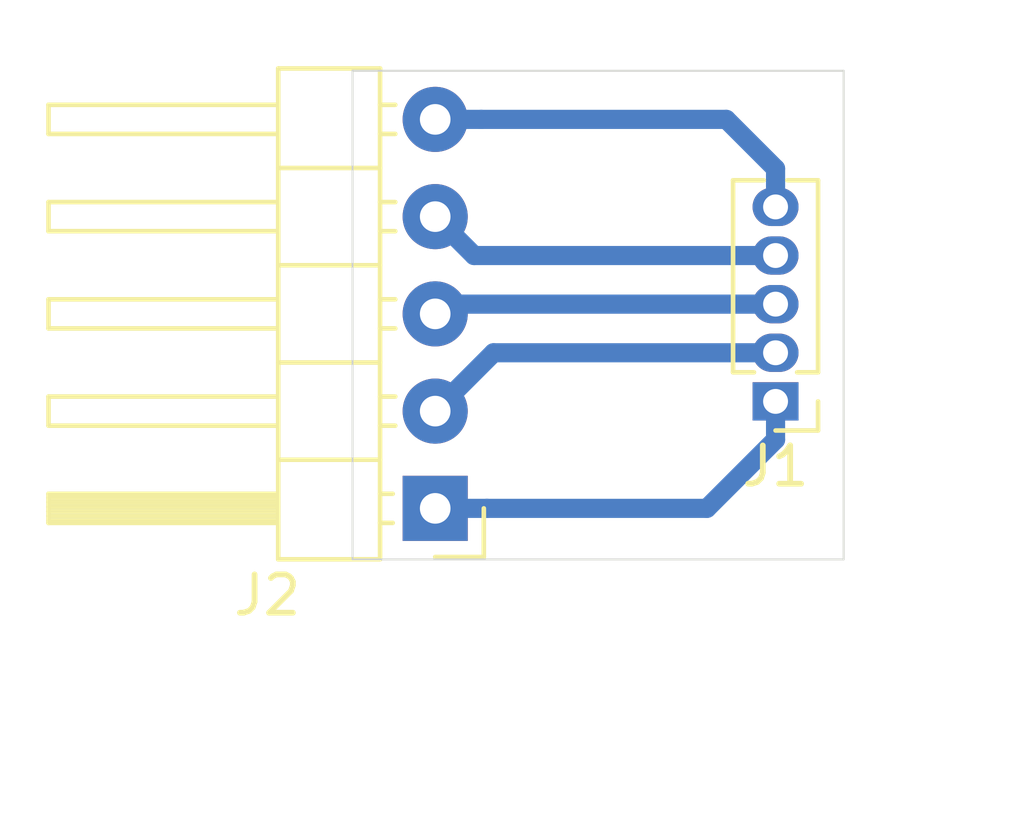
<source format=kicad_pcb>
(kicad_pcb (version 20171130) (host pcbnew 5.1.5+dfsg1-2build2)

  (general
    (thickness 1.6)
    (drawings 5)
    (tracks 15)
    (zones 0)
    (modules 2)
    (nets 6)
  )

  (page A4)
  (layers
    (0 F.Cu signal)
    (31 B.Cu signal)
    (32 B.Adhes user)
    (33 F.Adhes user)
    (34 B.Paste user)
    (35 F.Paste user)
    (36 B.SilkS user)
    (37 F.SilkS user)
    (38 B.Mask user)
    (39 F.Mask user)
    (40 Dwgs.User user)
    (41 Cmts.User user)
    (42 Eco1.User user)
    (43 Eco2.User user)
    (44 Edge.Cuts user)
    (45 Margin user)
    (46 B.CrtYd user)
    (47 F.CrtYd user)
    (48 B.Fab user)
    (49 F.Fab user)
  )

  (setup
    (last_trace_width 0.5)
    (user_trace_width 0.5)
    (trace_clearance 0.1)
    (zone_clearance 0.508)
    (zone_45_only no)
    (trace_min 0.2)
    (via_size 1.6)
    (via_drill 0.6)
    (via_min_size 0.4)
    (via_min_drill 0.3)
    (uvia_size 0.6)
    (uvia_drill 0.4)
    (uvias_allowed no)
    (uvia_min_size 0.2)
    (uvia_min_drill 0.1)
    (edge_width 0.05)
    (segment_width 0.2)
    (pcb_text_width 0.3)
    (pcb_text_size 1.5 1.5)
    (mod_edge_width 0.12)
    (mod_text_size 1 1)
    (mod_text_width 0.15)
    (pad_size 1.2 1)
    (pad_drill 0.65)
    (pad_to_mask_clearance 0.051)
    (solder_mask_min_width 0.25)
    (aux_axis_origin 116.0145 112.5855)
    (grid_origin 142.367 87.0585)
    (visible_elements 7FFFFFFF)
    (pcbplotparams
      (layerselection 0x010fc_ffffffff)
      (usegerberextensions false)
      (usegerberattributes false)
      (usegerberadvancedattributes false)
      (creategerberjobfile false)
      (excludeedgelayer true)
      (linewidth 0.100000)
      (plotframeref false)
      (viasonmask false)
      (mode 1)
      (useauxorigin false)
      (hpglpennumber 1)
      (hpglpenspeed 20)
      (hpglpendiameter 15.000000)
      (psnegative false)
      (psa4output false)
      (plotreference true)
      (plotvalue true)
      (plotinvisibletext false)
      (padsonsilk false)
      (subtractmaskfromsilk false)
      (outputformat 1)
      (mirror false)
      (drillshape 0)
      (scaleselection 1)
      (outputdirectory "Gerbers/"))
  )

  (net 0 "")
  (net 1 "Net-(J1-Pad1)")
  (net 2 "Net-(J1-Pad2)")
  (net 3 "Net-(J1-Pad3)")
  (net 4 "Net-(J1-Pad4)")
  (net 5 "Net-(J1-Pad5)")

  (net_class Default "This is the default net class."
    (clearance 0.1)
    (trace_width 0.5)
    (via_dia 1.6)
    (via_drill 0.6)
    (uvia_dia 0.6)
    (uvia_drill 0.4)
    (diff_pair_width 0.3)
    (diff_pair_gap 0.25)
    (add_net "Net-(J1-Pad1)")
    (add_net "Net-(J1-Pad2)")
    (add_net "Net-(J1-Pad3)")
    (add_net "Net-(J1-Pad4)")
    (add_net "Net-(J1-Pad5)")
  )

  (module Connector_PinHeader_2.54mm:PinHeader_1x05_P2.54mm_Horizontal (layer F.Cu) (tedit 5FAC4AE1) (tstamp 5FA3E098)
    (at 143.637 92.7735 180)
    (descr "Through hole angled pin header, 1x05, 2.54mm pitch, 6mm pin length, single row")
    (tags "Through hole angled pin header THT 1x05 2.54mm single row")
    (path /5F7F5998)
    (fp_text reference J2 (at 4.385 -2.27) (layer F.SilkS)
      (effects (font (size 1 1) (thickness 0.15)))
    )
    (fp_text value Conn_01x05_Horiz (at 4.385 12.43) (layer F.Fab)
      (effects (font (size 1 1) (thickness 0.15)))
    )
    (fp_line (start 10.55 -1.8) (end -1.8 -1.8) (layer F.CrtYd) (width 0.05))
    (fp_line (start 10.55 11.95) (end 10.55 -1.8) (layer F.CrtYd) (width 0.05))
    (fp_line (start -1.8 11.95) (end 10.55 11.95) (layer F.CrtYd) (width 0.05))
    (fp_line (start -1.8 -1.8) (end -1.8 11.95) (layer F.CrtYd) (width 0.05))
    (fp_line (start -1.27 -1.27) (end 0 -1.27) (layer F.SilkS) (width 0.12))
    (fp_line (start -1.27 0) (end -1.27 -1.27) (layer F.SilkS) (width 0.12))
    (fp_line (start 1.042929 10.54) (end 1.44 10.54) (layer F.SilkS) (width 0.12))
    (fp_line (start 1.042929 9.78) (end 1.44 9.78) (layer F.SilkS) (width 0.12))
    (fp_line (start 10.1 10.54) (end 4.1 10.54) (layer F.SilkS) (width 0.12))
    (fp_line (start 10.1 9.78) (end 10.1 10.54) (layer F.SilkS) (width 0.12))
    (fp_line (start 4.1 9.78) (end 10.1 9.78) (layer F.SilkS) (width 0.12))
    (fp_line (start 1.44 8.89) (end 4.1 8.89) (layer F.SilkS) (width 0.12))
    (fp_line (start 1.042929 8) (end 1.44 8) (layer F.SilkS) (width 0.12))
    (fp_line (start 1.042929 7.24) (end 1.44 7.24) (layer F.SilkS) (width 0.12))
    (fp_line (start 10.1 8) (end 4.1 8) (layer F.SilkS) (width 0.12))
    (fp_line (start 10.1 7.24) (end 10.1 8) (layer F.SilkS) (width 0.12))
    (fp_line (start 4.1 7.24) (end 10.1 7.24) (layer F.SilkS) (width 0.12))
    (fp_line (start 1.44 6.35) (end 4.1 6.35) (layer F.SilkS) (width 0.12))
    (fp_line (start 1.042929 5.46) (end 1.44 5.46) (layer F.SilkS) (width 0.12))
    (fp_line (start 1.042929 4.7) (end 1.44 4.7) (layer F.SilkS) (width 0.12))
    (fp_line (start 10.1 5.46) (end 4.1 5.46) (layer F.SilkS) (width 0.12))
    (fp_line (start 10.1 4.7) (end 10.1 5.46) (layer F.SilkS) (width 0.12))
    (fp_line (start 4.1 4.7) (end 10.1 4.7) (layer F.SilkS) (width 0.12))
    (fp_line (start 1.44 3.81) (end 4.1 3.81) (layer F.SilkS) (width 0.12))
    (fp_line (start 1.042929 2.92) (end 1.44 2.92) (layer F.SilkS) (width 0.12))
    (fp_line (start 1.042929 2.16) (end 1.44 2.16) (layer F.SilkS) (width 0.12))
    (fp_line (start 10.1 2.92) (end 4.1 2.92) (layer F.SilkS) (width 0.12))
    (fp_line (start 10.1 2.16) (end 10.1 2.92) (layer F.SilkS) (width 0.12))
    (fp_line (start 4.1 2.16) (end 10.1 2.16) (layer F.SilkS) (width 0.12))
    (fp_line (start 1.44 1.27) (end 4.1 1.27) (layer F.SilkS) (width 0.12))
    (fp_line (start 1.11 0.38) (end 1.44 0.38) (layer F.SilkS) (width 0.12))
    (fp_line (start 1.11 -0.38) (end 1.44 -0.38) (layer F.SilkS) (width 0.12))
    (fp_line (start 4.1 0.28) (end 10.1 0.28) (layer F.SilkS) (width 0.12))
    (fp_line (start 4.1 0.16) (end 10.1 0.16) (layer F.SilkS) (width 0.12))
    (fp_line (start 4.1 0.04) (end 10.1 0.04) (layer F.SilkS) (width 0.12))
    (fp_line (start 4.1 -0.08) (end 10.1 -0.08) (layer F.SilkS) (width 0.12))
    (fp_line (start 4.1 -0.2) (end 10.1 -0.2) (layer F.SilkS) (width 0.12))
    (fp_line (start 4.1 -0.32) (end 10.1 -0.32) (layer F.SilkS) (width 0.12))
    (fp_line (start 10.1 0.38) (end 4.1 0.38) (layer F.SilkS) (width 0.12))
    (fp_line (start 10.1 -0.38) (end 10.1 0.38) (layer F.SilkS) (width 0.12))
    (fp_line (start 4.1 -0.38) (end 10.1 -0.38) (layer F.SilkS) (width 0.12))
    (fp_line (start 4.1 -1.33) (end 1.44 -1.33) (layer F.SilkS) (width 0.12))
    (fp_line (start 4.1 11.49) (end 4.1 -1.33) (layer F.SilkS) (width 0.12))
    (fp_line (start 1.44 11.49) (end 4.1 11.49) (layer F.SilkS) (width 0.12))
    (fp_line (start 1.44 -1.33) (end 1.44 11.49) (layer F.SilkS) (width 0.12))
    (fp_line (start 4.04 10.48) (end 10.04 10.48) (layer F.Fab) (width 0.1))
    (fp_line (start 10.04 9.84) (end 10.04 10.48) (layer F.Fab) (width 0.1))
    (fp_line (start 4.04 9.84) (end 10.04 9.84) (layer F.Fab) (width 0.1))
    (fp_line (start -0.32 10.48) (end 1.5 10.48) (layer F.Fab) (width 0.1))
    (fp_line (start -0.32 9.84) (end -0.32 10.48) (layer F.Fab) (width 0.1))
    (fp_line (start -0.32 9.84) (end 1.5 9.84) (layer F.Fab) (width 0.1))
    (fp_line (start 4.04 7.94) (end 10.04 7.94) (layer F.Fab) (width 0.1))
    (fp_line (start 10.04 7.3) (end 10.04 7.94) (layer F.Fab) (width 0.1))
    (fp_line (start 4.04 7.3) (end 10.04 7.3) (layer F.Fab) (width 0.1))
    (fp_line (start -0.32 7.94) (end 1.5 7.94) (layer F.Fab) (width 0.1))
    (fp_line (start -0.32 7.3) (end -0.32 7.94) (layer F.Fab) (width 0.1))
    (fp_line (start -0.32 7.3) (end 1.5 7.3) (layer F.Fab) (width 0.1))
    (fp_line (start 4.04 5.4) (end 10.04 5.4) (layer F.Fab) (width 0.1))
    (fp_line (start 10.04 4.76) (end 10.04 5.4) (layer F.Fab) (width 0.1))
    (fp_line (start 4.04 4.76) (end 10.04 4.76) (layer F.Fab) (width 0.1))
    (fp_line (start -0.32 5.4) (end 1.5 5.4) (layer F.Fab) (width 0.1))
    (fp_line (start -0.32 4.76) (end -0.32 5.4) (layer F.Fab) (width 0.1))
    (fp_line (start -0.32 4.76) (end 1.5 4.76) (layer F.Fab) (width 0.1))
    (fp_line (start 4.04 2.86) (end 10.04 2.86) (layer F.Fab) (width 0.1))
    (fp_line (start 10.04 2.22) (end 10.04 2.86) (layer F.Fab) (width 0.1))
    (fp_line (start 4.04 2.22) (end 10.04 2.22) (layer F.Fab) (width 0.1))
    (fp_line (start -0.32 2.86) (end 1.5 2.86) (layer F.Fab) (width 0.1))
    (fp_line (start -0.32 2.22) (end -0.32 2.86) (layer F.Fab) (width 0.1))
    (fp_line (start -0.32 2.22) (end 1.5 2.22) (layer F.Fab) (width 0.1))
    (fp_line (start 4.04 0.32) (end 10.04 0.32) (layer F.Fab) (width 0.1))
    (fp_line (start 10.04 -0.32) (end 10.04 0.32) (layer F.Fab) (width 0.1))
    (fp_line (start 4.04 -0.32) (end 10.04 -0.32) (layer F.Fab) (width 0.1))
    (fp_line (start -0.32 0.32) (end 1.5 0.32) (layer F.Fab) (width 0.1))
    (fp_line (start -0.32 -0.32) (end -0.32 0.32) (layer F.Fab) (width 0.1))
    (fp_line (start -0.32 -0.32) (end 1.5 -0.32) (layer F.Fab) (width 0.1))
    (fp_line (start 1.5 -0.635) (end 2.135 -1.27) (layer F.Fab) (width 0.1))
    (fp_line (start 1.5 11.43) (end 1.5 -0.635) (layer F.Fab) (width 0.1))
    (fp_line (start 4.04 11.43) (end 1.5 11.43) (layer F.Fab) (width 0.1))
    (fp_line (start 4.04 -1.27) (end 4.04 11.43) (layer F.Fab) (width 0.1))
    (fp_line (start 2.135 -1.27) (end 4.04 -1.27) (layer F.Fab) (width 0.1))
    (fp_text user %R (at 2.77 5.08 90) (layer F.Fab)
      (effects (font (size 1 1) (thickness 0.15)))
    )
    (pad 1 thru_hole rect (at 0 0 180) (size 1.7 1.7) (drill 0.8) (layers *.Cu *.Mask)
      (net 1 "Net-(J1-Pad1)"))
    (pad 2 thru_hole oval (at 0 2.54 180) (size 1.7 1.7) (drill 0.8) (layers *.Cu *.Mask)
      (net 2 "Net-(J1-Pad2)"))
    (pad 3 thru_hole oval (at 0 5.08 180) (size 1.7 1.7) (drill 0.8) (layers *.Cu *.Mask)
      (net 3 "Net-(J1-Pad3)"))
    (pad 4 thru_hole oval (at 0 7.62 180) (size 1.7 1.7) (drill 0.8) (layers *.Cu *.Mask)
      (net 4 "Net-(J1-Pad4)"))
    (pad 5 thru_hole oval (at 0 10.16 180) (size 1.7 1.7) (drill 0.8) (layers *.Cu *.Mask)
      (net 5 "Net-(J1-Pad5)"))
    (model ${KISYS3DMOD}/Connector_PinHeader_2.54mm.3dshapes/PinHeader_1x05_P2.54mm_Horizontal.wrl
      (at (xyz 0 0 0))
      (scale (xyz 1 1 1))
      (rotate (xyz 0 0 0))
    )
  )

  (module Connector_PinHeader_1.27mm:PinHeader_1x05_P1.27mm_Vertical (layer F.Cu) (tedit 5FAC59D3) (tstamp 5FA3E03E)
    (at 152.527 89.9795 180)
    (descr "Through hole straight pin header, 1x05, 1.27mm pitch, single row")
    (tags "Through hole pin header THT 1x05 1.27mm single row")
    (path /5F7DC628)
    (fp_text reference J1 (at 0 -1.695) (layer F.SilkS)
      (effects (font (size 1 1) (thickness 0.15)))
    )
    (fp_text value Conn_01x05_Vert (at 0 6.775) (layer F.Fab)
      (effects (font (size 1 1) (thickness 0.15)))
    )
    (fp_line (start 1.55 -1.15) (end -1.55 -1.15) (layer F.CrtYd) (width 0.05))
    (fp_line (start 1.55 6.25) (end 1.55 -1.15) (layer F.CrtYd) (width 0.05))
    (fp_line (start -1.55 6.25) (end 1.55 6.25) (layer F.CrtYd) (width 0.05))
    (fp_line (start -1.55 -1.15) (end -1.55 6.25) (layer F.CrtYd) (width 0.05))
    (fp_line (start -1.11 -0.76) (end 0 -0.76) (layer F.SilkS) (width 0.12))
    (fp_line (start -1.11 0) (end -1.11 -0.76) (layer F.SilkS) (width 0.12))
    (fp_line (start 0.563471 0.76) (end 1.11 0.76) (layer F.SilkS) (width 0.12))
    (fp_line (start -1.11 0.76) (end -0.563471 0.76) (layer F.SilkS) (width 0.12))
    (fp_line (start 1.11 0.76) (end 1.11 5.775) (layer F.SilkS) (width 0.12))
    (fp_line (start -1.11 0.76) (end -1.11 5.775) (layer F.SilkS) (width 0.12))
    (fp_line (start 0.30753 5.775) (end 1.11 5.775) (layer F.SilkS) (width 0.12))
    (fp_line (start -1.11 5.775) (end -0.30753 5.775) (layer F.SilkS) (width 0.12))
    (fp_line (start -1.05 -0.11) (end -0.525 -0.635) (layer F.Fab) (width 0.1))
    (fp_line (start -1.05 5.715) (end -1.05 -0.11) (layer F.Fab) (width 0.1))
    (fp_line (start 1.05 5.715) (end -1.05 5.715) (layer F.Fab) (width 0.1))
    (fp_line (start 1.05 -0.635) (end 1.05 5.715) (layer F.Fab) (width 0.1))
    (fp_line (start -0.525 -0.635) (end 1.05 -0.635) (layer F.Fab) (width 0.1))
    (fp_text user %R (at 1.651 5.2705) (layer F.Fab)
      (effects (font (size 1 1) (thickness 0.15)))
    )
    (pad 1 thru_hole rect (at 0 0 180) (size 1.2 1) (drill 0.65) (layers *.Cu *.Mask)
      (net 1 "Net-(J1-Pad1)"))
    (pad 2 thru_hole oval (at 0 1.27 180) (size 1.2 1) (drill 0.65) (layers *.Cu *.Mask)
      (net 2 "Net-(J1-Pad2)"))
    (pad 3 thru_hole oval (at 0 2.54 180) (size 1.2 1) (drill 0.65) (layers *.Cu *.Mask)
      (net 3 "Net-(J1-Pad3)"))
    (pad 4 thru_hole oval (at 0 3.81 180) (size 1.2 1) (drill 0.65) (layers *.Cu *.Mask)
      (net 4 "Net-(J1-Pad4)"))
    (pad 5 thru_hole oval (at 0 5.08 180) (size 1.2 1) (drill 0.65) (layers *.Cu *.Mask)
      (net 5 "Net-(J1-Pad5)"))
    (model ${KISYS3DMOD}/Connector_PinHeader_1.27mm.3dshapes/PinHeader_1x05_P1.27mm_Vertical.wrl
      (at (xyz 0 0 0))
      (scale (xyz 1 1 1))
      (rotate (xyz 0 0 0))
    )
  )

  (dimension 8.89 (width 0.15) (layer Dwgs.User)
    (gr_text "8.890 mm" (at 148.082 101.503) (layer Dwgs.User)
      (effects (font (size 1 1) (thickness 0.15)))
    )
    (feature1 (pts (xy 143.637 90.551) (xy 143.637 100.789421)))
    (feature2 (pts (xy 152.527 90.551) (xy 152.527 100.789421)))
    (crossbar (pts (xy 152.527 100.203) (xy 143.637 100.203)))
    (arrow1a (pts (xy 143.637 100.203) (xy 144.763504 99.616579)))
    (arrow1b (pts (xy 143.637 100.203) (xy 144.763504 100.789421)))
    (arrow2a (pts (xy 152.527 100.203) (xy 151.400496 99.616579)))
    (arrow2b (pts (xy 152.527 100.203) (xy 151.400496 100.789421)))
  )
  (gr_line (start 141.478 81.3435) (end 154.305 81.3435) (layer Edge.Cuts) (width 0.05) (tstamp 5FA3F22B))
  (gr_line (start 141.478 94.107) (end 141.478 81.3435) (layer Edge.Cuts) (width 0.05))
  (gr_line (start 154.305 94.107) (end 141.478 94.107) (layer Edge.Cuts) (width 0.05))
  (gr_line (start 154.305 81.3435) (end 154.305 94.107) (layer Edge.Cuts) (width 0.05))

  (segment (start 144.987 92.7735) (end 143.637 92.7735) (width 0.5) (layer B.Cu) (net 1))
  (segment (start 150.733 92.7735) (end 144.987 92.7735) (width 0.5) (layer B.Cu) (net 1))
  (segment (start 152.527 90.9795) (end 150.733 92.7735) (width 0.5) (layer B.Cu) (net 1))
  (segment (start 152.527 89.9795) (end 152.527 90.9795) (width 0.5) (layer B.Cu) (net 1))
  (segment (start 145.161 88.7095) (end 143.637 90.2335) (width 0.5) (layer B.Cu) (net 2))
  (segment (start 152.527 88.7095) (end 145.161 88.7095) (width 0.5) (layer B.Cu) (net 2))
  (segment (start 143.891 87.4395) (end 143.637 87.6935) (width 0.5) (layer B.Cu) (net 3))
  (segment (start 152.527 87.4395) (end 143.891 87.4395) (width 0.5) (layer B.Cu) (net 3))
  (segment (start 143.6605 85.3675) (end 143.51 85.217) (width 0.5) (layer F.Cu) (net 4))
  (segment (start 144.653 86.1695) (end 143.637 85.1535) (width 0.5) (layer B.Cu) (net 4))
  (segment (start 152.527 86.1695) (end 144.653 86.1695) (width 0.5) (layer B.Cu) (net 4))
  (segment (start 151.241 82.6135) (end 144.839081 82.6135) (width 0.5) (layer B.Cu) (net 5))
  (segment (start 144.839081 82.6135) (end 143.637 82.6135) (width 0.5) (layer B.Cu) (net 5))
  (segment (start 152.527 83.8995) (end 151.241 82.6135) (width 0.5) (layer B.Cu) (net 5))
  (segment (start 152.527 84.8995) (end 152.527 83.8995) (width 0.5) (layer B.Cu) (net 5))

)

</source>
